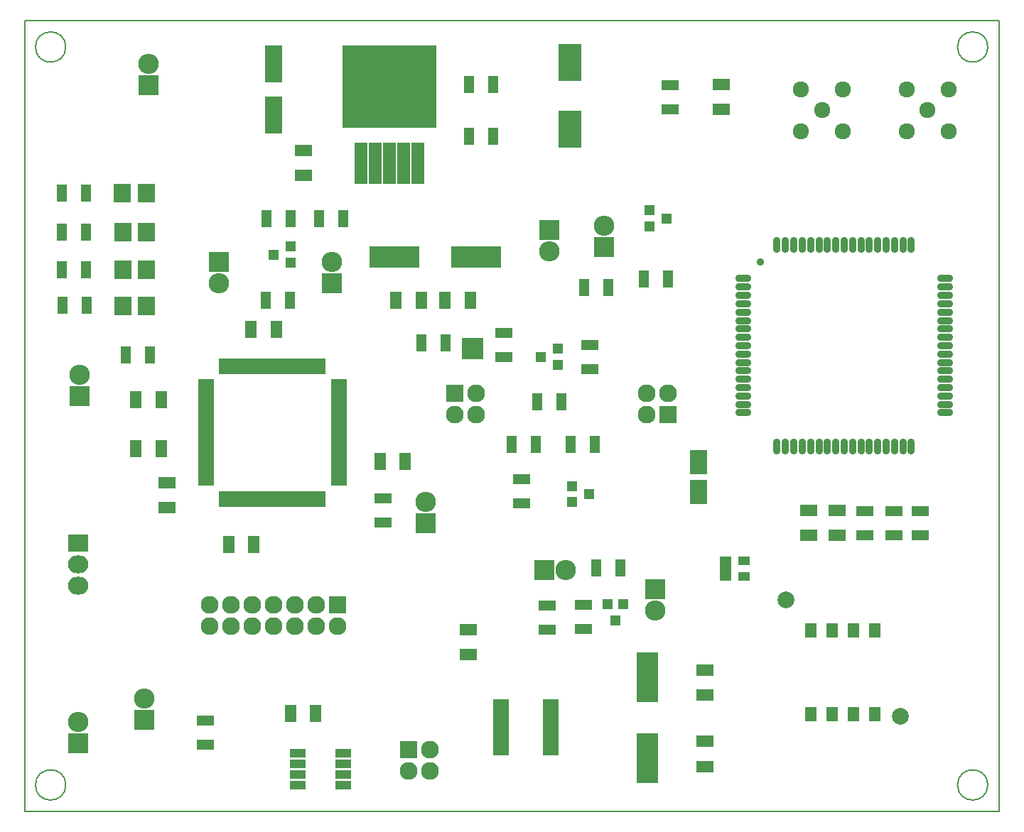
<source format=gbr>
%TF.GenerationSoftware,KiCad,Pcbnew,4.0.2+dfsg1-stable*%
%TF.CreationDate,2018-05-09T22:27:37+02:00*%
%TF.ProjectId,hermas_box,6865726D61735F626F782E6B69636164,rev?*%
%TF.FileFunction,Soldermask,Top*%
%FSLAX46Y46*%
G04 Gerber Fmt 4.6, Leading zero omitted, Abs format (unit mm)*
G04 Created by KiCad (PCBNEW 4.0.2+dfsg1-stable) date mer. 09 mai 2018 22:27:37 CEST*
%MOMM*%
G01*
G04 APERTURE LIST*
%ADD10C,0.100000*%
%ADD11C,0.150000*%
%ADD12R,0.680000X1.900000*%
%ADD13R,1.900000X0.680000*%
%ADD14C,1.924000*%
%ADD15R,1.200100X1.200100*%
%ADD16R,1.300000X2.100000*%
%ADD17C,2.000000*%
%ADD18R,1.400000X1.700000*%
%ADD19R,1.400000X2.000000*%
%ADD20R,2.000000X1.400000*%
%ADD21R,2.000200X4.400500*%
%ADD22R,2.800300X4.400500*%
%ADD23R,2.000200X3.000960*%
%ADD24R,1.997660X2.200860*%
%ADD25R,1.460000X1.050000*%
%ADD26R,1.500000X5.000000*%
%ADD27R,11.200000X9.800000*%
%ADD28R,2.432000X2.432000*%
%ADD29O,2.432000X2.432000*%
%ADD30R,2.432000X2.127200*%
%ADD31O,2.432000X2.127200*%
%ADD32R,2.127200X2.127200*%
%ADD33O,2.127200X2.127200*%
%ADD34R,2.100000X1.300000*%
%ADD35O,0.900000X1.924000*%
%ADD36O,1.924000X0.900000*%
%ADD37C,0.900000*%
%ADD38R,1.850000X0.850000*%
%ADD39R,1.950000X1.000000*%
%ADD40R,6.000700X2.500580*%
%ADD41R,2.500580X6.000700*%
%ADD42R,2.635200X2.635200*%
G04 APERTURE END LIST*
D10*
D11*
X114708009Y91186000D02*
G75*
G03X114708009Y91186000I-1805009J0D01*
G01*
X114708009Y3175000D02*
G75*
G03X114708009Y3175000I-1805009J0D01*
G01*
X4853009Y3175000D02*
G75*
G03X4853009Y3175000I-1805009J0D01*
G01*
X4853009Y91186000D02*
G75*
G03X4853009Y91186000I-1805009J0D01*
G01*
X0Y94361000D02*
X116078000Y94361000D01*
X0Y94234000D02*
X0Y94361000D01*
X0Y94107000D02*
X0Y94234000D01*
X0Y0D02*
X0Y94107000D01*
X116078000Y0D02*
X0Y0D01*
X116078000Y94361000D02*
X116078000Y0D01*
D12*
X23464000Y37312000D03*
X23964000Y37312000D03*
X24464000Y37312000D03*
X24964000Y37312000D03*
X25464000Y37312000D03*
X25964000Y37312000D03*
X26464000Y37312000D03*
X26964000Y37312000D03*
X27464000Y37312000D03*
X27964000Y37312000D03*
X28464000Y37312000D03*
X28964000Y37312000D03*
X29464000Y37312000D03*
X29964000Y37312000D03*
X30464000Y37312000D03*
X30964000Y37312000D03*
X31464000Y37312000D03*
X31964000Y37312000D03*
X32464000Y37312000D03*
X32964000Y37312000D03*
X33464000Y37312000D03*
X33964000Y37312000D03*
X34464000Y37312000D03*
X34964000Y37312000D03*
X35464000Y37312000D03*
D13*
X37364000Y39212000D03*
X37364000Y39712000D03*
X37364000Y40212000D03*
X37364000Y40712000D03*
X37364000Y41212000D03*
X37364000Y41712000D03*
X37364000Y42212000D03*
X37364000Y42712000D03*
X37364000Y43212000D03*
X37364000Y43712000D03*
X37364000Y44212000D03*
X37364000Y44712000D03*
X37364000Y45212000D03*
X37364000Y45712000D03*
X37364000Y46212000D03*
X37364000Y46712000D03*
X37364000Y47212000D03*
X37364000Y47712000D03*
X37364000Y48212000D03*
X37364000Y48712000D03*
X37364000Y49212000D03*
X37364000Y49712000D03*
X37364000Y50212000D03*
X37364000Y50712000D03*
X37364000Y51212000D03*
D12*
X35464000Y53112000D03*
X34964000Y53112000D03*
X34464000Y53112000D03*
X33964000Y53112000D03*
X33464000Y53112000D03*
X32964000Y53112000D03*
X32464000Y53112000D03*
X31964000Y53112000D03*
X31464000Y53112000D03*
X30964000Y53112000D03*
X30464000Y53112000D03*
X29964000Y53112000D03*
X29464000Y53112000D03*
X28964000Y53112000D03*
X28464000Y53112000D03*
X27964000Y53112000D03*
X27464000Y53112000D03*
X26964000Y53112000D03*
X26464000Y53112000D03*
X25964000Y53112000D03*
X25464000Y53112000D03*
X24964000Y53112000D03*
X24464000Y53112000D03*
X23964000Y53112000D03*
X23464000Y53112000D03*
D13*
X21564000Y51212000D03*
X21564000Y50712000D03*
X21564000Y50212000D03*
X21564000Y49712000D03*
X21564000Y49212000D03*
X21564000Y48712000D03*
X21564000Y48212000D03*
X21564000Y47712000D03*
X21564000Y47212000D03*
X21564000Y46712000D03*
X21564000Y46212000D03*
X21564000Y45712000D03*
X21564000Y45212000D03*
X21564000Y44712000D03*
X21564000Y44212000D03*
X21564000Y43712000D03*
X21564000Y43212000D03*
X21564000Y42712000D03*
X21564000Y42212000D03*
X21564000Y41712000D03*
X21564000Y41212000D03*
X21564000Y40712000D03*
X21564000Y40212000D03*
X21564000Y39712000D03*
X21564000Y39212000D03*
D14*
X92456000Y81153000D03*
X97456000Y81153000D03*
X97456000Y86153000D03*
X92456000Y86153000D03*
X94956000Y83653000D03*
D15*
X74437240Y71689000D03*
X74437240Y69789000D03*
X76436220Y70739000D03*
D16*
X50091000Y55880000D03*
X47191000Y55880000D03*
D17*
X104299000Y11337000D03*
D18*
X98679000Y11637000D03*
X96139000Y11637000D03*
X93599000Y11637000D03*
X101219000Y11637000D03*
X101219000Y21637000D03*
X98679000Y21637000D03*
X96139000Y21637000D03*
X93599000Y21637000D03*
D17*
X90629000Y25237000D03*
D14*
X105029000Y81153000D03*
X110029000Y81153000D03*
X110029000Y86153000D03*
X105029000Y86153000D03*
X107529000Y83653000D03*
D19*
X50062000Y60960000D03*
X53062000Y60960000D03*
X47220000Y60960000D03*
X44220000Y60960000D03*
X16232000Y43307000D03*
X13232000Y43307000D03*
X42315000Y41719500D03*
X45315000Y41719500D03*
X24281000Y31877000D03*
X27281000Y31877000D03*
X16232000Y49149000D03*
X13232000Y49149000D03*
X29948000Y57531000D03*
X26948000Y57531000D03*
D20*
X16891000Y39219000D03*
X16891000Y36219000D03*
D21*
X29591000Y83055460D03*
X29591000Y89156540D03*
D20*
X33147000Y75843000D03*
X33147000Y78843000D03*
X81026000Y8358000D03*
X81026000Y5358000D03*
X81026000Y13867000D03*
X81026000Y16867000D03*
D22*
X64897000Y81343500D03*
X64897000Y89344500D03*
D20*
X82931000Y83717000D03*
X82931000Y86717000D03*
X52832000Y18693000D03*
X52832000Y21693000D03*
D23*
X80264000Y41678860D03*
X80264000Y38077140D03*
D19*
X34647000Y11684000D03*
X31647000Y11684000D03*
D20*
X93345000Y35917000D03*
X93345000Y32917000D03*
X96774000Y35917000D03*
X96774000Y32917000D03*
D24*
X14500860Y64643000D03*
X11661140Y64643000D03*
X14500860Y60325000D03*
X11661140Y60325000D03*
X14437360Y73723500D03*
X11597640Y73723500D03*
X14500860Y69088000D03*
X11661140Y69088000D03*
D25*
X83482000Y29906000D03*
X83482000Y28956000D03*
X83482000Y28006000D03*
X85682000Y28006000D03*
X85682000Y29906000D03*
D26*
X46834000Y77343000D03*
X45134000Y77343000D03*
X41734000Y77343000D03*
D27*
X43434000Y86493000D03*
D26*
X43434000Y77343000D03*
X40034000Y77343000D03*
D28*
X47752000Y34417000D03*
D29*
X47752000Y36957000D03*
D30*
X6350000Y32004000D03*
D31*
X6350000Y29464000D03*
X6350000Y26924000D03*
D32*
X37211000Y24638000D03*
D33*
X37211000Y22098000D03*
X34671000Y24638000D03*
X34671000Y22098000D03*
X32131000Y24638000D03*
X32131000Y22098000D03*
X29591000Y24638000D03*
X29591000Y22098000D03*
X27051000Y24638000D03*
X27051000Y22098000D03*
X24511000Y24638000D03*
X24511000Y22098000D03*
X21971000Y24638000D03*
X21971000Y22098000D03*
D28*
X14732000Y86614000D03*
D29*
X14732000Y89154000D03*
D28*
X6350000Y8128000D03*
D29*
X6350000Y10668000D03*
D28*
X6477000Y49530000D03*
D29*
X6477000Y52070000D03*
D28*
X14224000Y10922000D03*
D29*
X14224000Y13462000D03*
D32*
X51181000Y49911000D03*
D33*
X53721000Y49911000D03*
X51181000Y47371000D03*
X53721000Y47371000D03*
D28*
X61849000Y28829000D03*
D29*
X64389000Y28829000D03*
D28*
X75057000Y26543000D03*
D29*
X75057000Y24003000D03*
D28*
X62484000Y69342000D03*
D29*
X62484000Y66802000D03*
D28*
X68961000Y67310000D03*
D29*
X68961000Y69850000D03*
D32*
X76581000Y47371000D03*
D33*
X74041000Y47371000D03*
X76581000Y49911000D03*
X74041000Y49911000D03*
D28*
X36576000Y62992000D03*
D29*
X36576000Y65532000D03*
D28*
X23114000Y65532000D03*
D29*
X23114000Y62992000D03*
D32*
X45720000Y7366000D03*
D33*
X48260000Y7366000D03*
X45720000Y4826000D03*
X48260000Y4826000D03*
D15*
X63484760Y53279000D03*
X63484760Y55179000D03*
X61485780Y54229000D03*
X65166240Y38796000D03*
X65166240Y36896000D03*
X67165220Y37846000D03*
X71308000Y24749760D03*
X69408000Y24749760D03*
X70358000Y22750780D03*
X31607760Y65471000D03*
X31607760Y67371000D03*
X29608780Y66421000D03*
D34*
X42672000Y37391000D03*
X42672000Y34491000D03*
X67310000Y52779000D03*
X67310000Y55679000D03*
D16*
X61034000Y48895000D03*
X63934000Y48895000D03*
D34*
X57023000Y57076000D03*
X57023000Y54176000D03*
D16*
X67871000Y43815000D03*
X64971000Y43815000D03*
X57986000Y43815000D03*
X60886000Y43815000D03*
D34*
X59182000Y39677000D03*
X59182000Y36777000D03*
D16*
X7292000Y64643000D03*
X4392000Y64643000D03*
X7355500Y60388500D03*
X4455500Y60388500D03*
X7292000Y73787000D03*
X4392000Y73787000D03*
X55806000Y86741000D03*
X52906000Y86741000D03*
X55806000Y80518000D03*
X52906000Y80518000D03*
D34*
X76835000Y83767000D03*
X76835000Y86667000D03*
D16*
X69522000Y62484000D03*
X66622000Y62484000D03*
X76634000Y63500000D03*
X73734000Y63500000D03*
D34*
X21463000Y7948000D03*
X21463000Y10848000D03*
D16*
X7292000Y69088000D03*
X4392000Y69088000D03*
X14912000Y54483000D03*
X12012000Y54483000D03*
D34*
X62230000Y21664000D03*
X62230000Y24564000D03*
X66548000Y21791000D03*
X66548000Y24691000D03*
D16*
X68019000Y29083000D03*
X70919000Y29083000D03*
D34*
X100076000Y32967000D03*
X100076000Y35867000D03*
X103505000Y35867000D03*
X103505000Y32967000D03*
X106680000Y35867000D03*
X106680000Y32967000D03*
D16*
X34999000Y70739000D03*
X37899000Y70739000D03*
X28776000Y70739000D03*
X31676000Y70739000D03*
X28649000Y60960000D03*
X31549000Y60960000D03*
D35*
X97598000Y43561000D03*
D36*
X85598000Y63561000D03*
X85598000Y62561000D03*
X85598000Y61561000D03*
X85598000Y60561000D03*
X85598000Y59561000D03*
X85598000Y58561000D03*
X85598000Y57561000D03*
X85598000Y56561000D03*
X85598000Y55561000D03*
X85598000Y54561000D03*
X85598000Y53561000D03*
X85598000Y52561000D03*
X85598000Y51561000D03*
X85598000Y50561000D03*
X85598000Y49561000D03*
X85598000Y48561000D03*
X85598000Y47561000D03*
D35*
X89598000Y43561000D03*
X90598000Y43561000D03*
X91598000Y43561000D03*
X92598000Y43561000D03*
X93598000Y43561000D03*
X94598000Y43561000D03*
X95598000Y43561000D03*
X96598000Y43561000D03*
X98598000Y43561000D03*
X99598000Y43561000D03*
X100598000Y43561000D03*
X101598000Y43561000D03*
X102598000Y43561000D03*
X103598000Y43561000D03*
X104598000Y43561000D03*
X105598000Y43561000D03*
D36*
X109598000Y47561000D03*
X109598000Y48561000D03*
X109598000Y49561000D03*
X109598000Y50561000D03*
X109598000Y51561000D03*
X109598000Y52561000D03*
X109598000Y53561000D03*
X109598000Y54561000D03*
X109598000Y55561000D03*
X109598000Y56561000D03*
X109598000Y57561000D03*
X109598000Y58561000D03*
X109598000Y59561000D03*
X109598000Y60561000D03*
X109598000Y61561000D03*
X109598000Y62561000D03*
X109598000Y63561000D03*
D35*
X105598000Y67561000D03*
X104598000Y67561000D03*
X103598000Y67561000D03*
X102598000Y67561000D03*
X101598000Y67561000D03*
X100598000Y67561000D03*
X99598000Y67561000D03*
X98598000Y67561000D03*
X97598000Y67561000D03*
X96598000Y67561000D03*
X95598000Y67561000D03*
X94598000Y67561000D03*
X93598000Y67561000D03*
X92598000Y67561000D03*
X91598000Y67561000D03*
X90598000Y67561000D03*
X89598000Y67561000D03*
D37*
X87598000Y65561000D03*
D38*
X62640000Y7108000D03*
X62640000Y7758000D03*
X62640000Y8408000D03*
X62640000Y9058000D03*
X62640000Y9708000D03*
X62640000Y10358000D03*
X62640000Y11008000D03*
X62640000Y11658000D03*
X62640000Y12308000D03*
X62640000Y12958000D03*
X56740000Y12958000D03*
X56740000Y12308000D03*
X56740000Y11658000D03*
X56740000Y11008000D03*
X56740000Y10358000D03*
X56740000Y9708000D03*
X56740000Y9058000D03*
X56740000Y8408000D03*
X56740000Y7758000D03*
X56740000Y7108000D03*
D39*
X37879000Y3175000D03*
X37879000Y4445000D03*
X37879000Y5715000D03*
X37879000Y6985000D03*
X32479000Y6985000D03*
X32479000Y5715000D03*
X32479000Y4445000D03*
X32479000Y3175000D03*
D40*
X44046140Y66167000D03*
X53743860Y66167000D03*
D41*
X74168000Y16024860D03*
X74168000Y6327140D03*
D42*
X53340000Y55245000D03*
M02*

</source>
